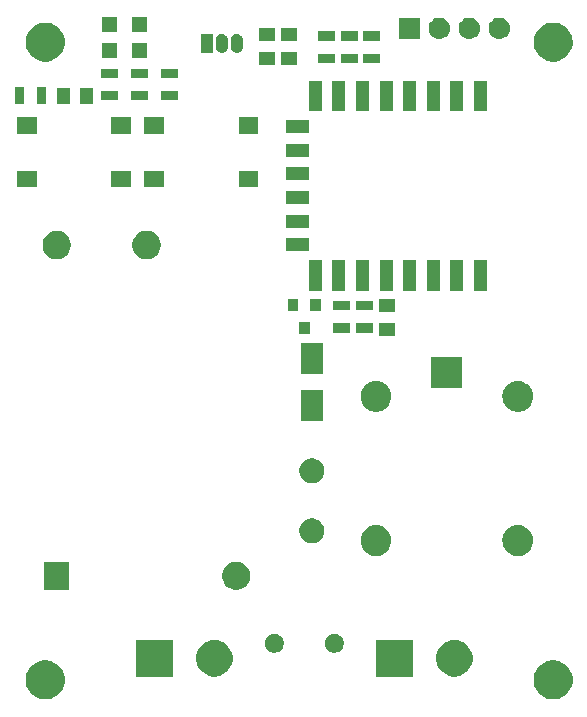
<source format=gbr>
G04 #@! TF.GenerationSoftware,KiCad,Pcbnew,(5.1.0)-1*
G04 #@! TF.CreationDate,2019-04-04T10:35:35+02:00*
G04 #@! TF.ProjectId,WiFi switch,57694669-2073-4776-9974-63682e6b6963,rev?*
G04 #@! TF.SameCoordinates,Original*
G04 #@! TF.FileFunction,Soldermask,Top*
G04 #@! TF.FilePolarity,Negative*
%FSLAX46Y46*%
G04 Gerber Fmt 4.6, Leading zero omitted, Abs format (unit mm)*
G04 Created by KiCad (PCBNEW (5.1.0)-1) date 2019-04-04 10:35:35*
%MOMM*%
%LPD*%
G04 APERTURE LIST*
%ADD10C,0.100000*%
G04 APERTURE END LIST*
D10*
G36*
X223375256Y-130391298D02*
G01*
X223481579Y-130412447D01*
X223782042Y-130536903D01*
X224052451Y-130717585D01*
X224282415Y-130947549D01*
X224463097Y-131217958D01*
X224587553Y-131518421D01*
X224651000Y-131837391D01*
X224651000Y-132162609D01*
X224587553Y-132481579D01*
X224463097Y-132782042D01*
X224282415Y-133052451D01*
X224052451Y-133282415D01*
X223782042Y-133463097D01*
X223481579Y-133587553D01*
X223375256Y-133608702D01*
X223162611Y-133651000D01*
X222837389Y-133651000D01*
X222624744Y-133608702D01*
X222518421Y-133587553D01*
X222217958Y-133463097D01*
X221947549Y-133282415D01*
X221717585Y-133052451D01*
X221536903Y-132782042D01*
X221412447Y-132481579D01*
X221349000Y-132162609D01*
X221349000Y-131837391D01*
X221412447Y-131518421D01*
X221536903Y-131217958D01*
X221717585Y-130947549D01*
X221947549Y-130717585D01*
X222217958Y-130536903D01*
X222518421Y-130412447D01*
X222624744Y-130391298D01*
X222837389Y-130349000D01*
X223162611Y-130349000D01*
X223375256Y-130391298D01*
X223375256Y-130391298D01*
G37*
G36*
X180375256Y-130391298D02*
G01*
X180481579Y-130412447D01*
X180782042Y-130536903D01*
X181052451Y-130717585D01*
X181282415Y-130947549D01*
X181463097Y-131217958D01*
X181587553Y-131518421D01*
X181651000Y-131837391D01*
X181651000Y-132162609D01*
X181587553Y-132481579D01*
X181463097Y-132782042D01*
X181282415Y-133052451D01*
X181052451Y-133282415D01*
X180782042Y-133463097D01*
X180481579Y-133587553D01*
X180375256Y-133608702D01*
X180162611Y-133651000D01*
X179837389Y-133651000D01*
X179624744Y-133608702D01*
X179518421Y-133587553D01*
X179217958Y-133463097D01*
X178947549Y-133282415D01*
X178717585Y-133052451D01*
X178536903Y-132782042D01*
X178412447Y-132481579D01*
X178349000Y-132162609D01*
X178349000Y-131837391D01*
X178412447Y-131518421D01*
X178536903Y-131217958D01*
X178717585Y-130947549D01*
X178947549Y-130717585D01*
X179217958Y-130536903D01*
X179518421Y-130412447D01*
X179624744Y-130391298D01*
X179837389Y-130349000D01*
X180162611Y-130349000D01*
X180375256Y-130391298D01*
X180375256Y-130391298D01*
G37*
G36*
X214932585Y-128653802D02*
G01*
X215082410Y-128683604D01*
X215364674Y-128800521D01*
X215618705Y-128970259D01*
X215834741Y-129186295D01*
X216004479Y-129440326D01*
X216121396Y-129722590D01*
X216181000Y-130022240D01*
X216181000Y-130327760D01*
X216121396Y-130627410D01*
X216004479Y-130909674D01*
X215834741Y-131163705D01*
X215618705Y-131379741D01*
X215364674Y-131549479D01*
X215082410Y-131666396D01*
X214932585Y-131696198D01*
X214782761Y-131726000D01*
X214477239Y-131726000D01*
X214327415Y-131696198D01*
X214177590Y-131666396D01*
X213895326Y-131549479D01*
X213641295Y-131379741D01*
X213425259Y-131163705D01*
X213255521Y-130909674D01*
X213138604Y-130627410D01*
X213079000Y-130327760D01*
X213079000Y-130022240D01*
X213138604Y-129722590D01*
X213255521Y-129440326D01*
X213425259Y-129186295D01*
X213641295Y-128970259D01*
X213895326Y-128800521D01*
X214177590Y-128683604D01*
X214327415Y-128653802D01*
X214477239Y-128624000D01*
X214782761Y-128624000D01*
X214932585Y-128653802D01*
X214932585Y-128653802D01*
G37*
G36*
X190781000Y-131726000D02*
G01*
X187679000Y-131726000D01*
X187679000Y-128624000D01*
X190781000Y-128624000D01*
X190781000Y-131726000D01*
X190781000Y-131726000D01*
G37*
G36*
X194612585Y-128653802D02*
G01*
X194762410Y-128683604D01*
X195044674Y-128800521D01*
X195298705Y-128970259D01*
X195514741Y-129186295D01*
X195684479Y-129440326D01*
X195801396Y-129722590D01*
X195861000Y-130022240D01*
X195861000Y-130327760D01*
X195801396Y-130627410D01*
X195684479Y-130909674D01*
X195514741Y-131163705D01*
X195298705Y-131379741D01*
X195044674Y-131549479D01*
X194762410Y-131666396D01*
X194612585Y-131696198D01*
X194462761Y-131726000D01*
X194157239Y-131726000D01*
X194007415Y-131696198D01*
X193857590Y-131666396D01*
X193575326Y-131549479D01*
X193321295Y-131379741D01*
X193105259Y-131163705D01*
X192935521Y-130909674D01*
X192818604Y-130627410D01*
X192759000Y-130327760D01*
X192759000Y-130022240D01*
X192818604Y-129722590D01*
X192935521Y-129440326D01*
X193105259Y-129186295D01*
X193321295Y-128970259D01*
X193575326Y-128800521D01*
X193857590Y-128683604D01*
X194007415Y-128653802D01*
X194157239Y-128624000D01*
X194462761Y-128624000D01*
X194612585Y-128653802D01*
X194612585Y-128653802D01*
G37*
G36*
X211101000Y-131726000D02*
G01*
X207999000Y-131726000D01*
X207999000Y-128624000D01*
X211101000Y-128624000D01*
X211101000Y-131726000D01*
X211101000Y-131726000D01*
G37*
G36*
X199627142Y-128123242D02*
G01*
X199775101Y-128184529D01*
X199908255Y-128273499D01*
X200021501Y-128386745D01*
X200110471Y-128519899D01*
X200171758Y-128667858D01*
X200203000Y-128824925D01*
X200203000Y-128985075D01*
X200171758Y-129142142D01*
X200110471Y-129290101D01*
X200021501Y-129423255D01*
X199908255Y-129536501D01*
X199775101Y-129625471D01*
X199627142Y-129686758D01*
X199470075Y-129718000D01*
X199309925Y-129718000D01*
X199152858Y-129686758D01*
X199004899Y-129625471D01*
X198871745Y-129536501D01*
X198758499Y-129423255D01*
X198669529Y-129290101D01*
X198608242Y-129142142D01*
X198577000Y-128985075D01*
X198577000Y-128824925D01*
X198608242Y-128667858D01*
X198669529Y-128519899D01*
X198758499Y-128386745D01*
X198871745Y-128273499D01*
X199004899Y-128184529D01*
X199152858Y-128123242D01*
X199309925Y-128092000D01*
X199470075Y-128092000D01*
X199627142Y-128123242D01*
X199627142Y-128123242D01*
G37*
G36*
X204707142Y-128123242D02*
G01*
X204855101Y-128184529D01*
X204988255Y-128273499D01*
X205101501Y-128386745D01*
X205190471Y-128519899D01*
X205251758Y-128667858D01*
X205283000Y-128824925D01*
X205283000Y-128985075D01*
X205251758Y-129142142D01*
X205190471Y-129290101D01*
X205101501Y-129423255D01*
X204988255Y-129536501D01*
X204855101Y-129625471D01*
X204707142Y-129686758D01*
X204550075Y-129718000D01*
X204389925Y-129718000D01*
X204232858Y-129686758D01*
X204084899Y-129625471D01*
X203951745Y-129536501D01*
X203838499Y-129423255D01*
X203749529Y-129290101D01*
X203688242Y-129142142D01*
X203657000Y-128985075D01*
X203657000Y-128824925D01*
X203688242Y-128667858D01*
X203749529Y-128519899D01*
X203838499Y-128386745D01*
X203951745Y-128273499D01*
X204084899Y-128184529D01*
X204232858Y-128123242D01*
X204389925Y-128092000D01*
X204550075Y-128092000D01*
X204707142Y-128123242D01*
X204707142Y-128123242D01*
G37*
G36*
X182026000Y-124391000D02*
G01*
X179924000Y-124391000D01*
X179924000Y-121989000D01*
X182026000Y-121989000D01*
X182026000Y-124391000D01*
X182026000Y-124391000D01*
G37*
G36*
X196525318Y-122035153D02*
G01*
X196743885Y-122125687D01*
X196743887Y-122125688D01*
X196940593Y-122257122D01*
X197107878Y-122424407D01*
X197239312Y-122621113D01*
X197239313Y-122621115D01*
X197329847Y-122839682D01*
X197376000Y-123071710D01*
X197376000Y-123308290D01*
X197329847Y-123540318D01*
X197239313Y-123758885D01*
X197239312Y-123758887D01*
X197107878Y-123955593D01*
X196940593Y-124122878D01*
X196743887Y-124254312D01*
X196743886Y-124254313D01*
X196743885Y-124254313D01*
X196525318Y-124344847D01*
X196293290Y-124391000D01*
X196056710Y-124391000D01*
X195824682Y-124344847D01*
X195606115Y-124254313D01*
X195606114Y-124254313D01*
X195606113Y-124254312D01*
X195409407Y-124122878D01*
X195242122Y-123955593D01*
X195110688Y-123758887D01*
X195110687Y-123758885D01*
X195020153Y-123540318D01*
X194974000Y-123308290D01*
X194974000Y-123071710D01*
X195020153Y-122839682D01*
X195110687Y-122621115D01*
X195110688Y-122621113D01*
X195242122Y-122424407D01*
X195409407Y-122257122D01*
X195606113Y-122125688D01*
X195606115Y-122125687D01*
X195824682Y-122035153D01*
X196056710Y-121989000D01*
X196293290Y-121989000D01*
X196525318Y-122035153D01*
X196525318Y-122035153D01*
G37*
G36*
X208159472Y-118908412D02*
G01*
X208255040Y-118917825D01*
X208500280Y-118992218D01*
X208726294Y-119113025D01*
X208777899Y-119155376D01*
X208924397Y-119275603D01*
X209044624Y-119422101D01*
X209086975Y-119473706D01*
X209207782Y-119699720D01*
X209282175Y-119944960D01*
X209307294Y-120200000D01*
X209282175Y-120455040D01*
X209207782Y-120700280D01*
X209086975Y-120926294D01*
X209044624Y-120977899D01*
X208924397Y-121124397D01*
X208777899Y-121244624D01*
X208726294Y-121286975D01*
X208500280Y-121407782D01*
X208255040Y-121482175D01*
X208159472Y-121491588D01*
X208063906Y-121501000D01*
X207936094Y-121501000D01*
X207840528Y-121491588D01*
X207744960Y-121482175D01*
X207499720Y-121407782D01*
X207273706Y-121286975D01*
X207222101Y-121244624D01*
X207075603Y-121124397D01*
X206955376Y-120977899D01*
X206913025Y-120926294D01*
X206792218Y-120700280D01*
X206717825Y-120455040D01*
X206692706Y-120200000D01*
X206717825Y-119944960D01*
X206792218Y-119699720D01*
X206913025Y-119473706D01*
X206955376Y-119422101D01*
X207075603Y-119275603D01*
X207222101Y-119155376D01*
X207273706Y-119113025D01*
X207499720Y-118992218D01*
X207744960Y-118917825D01*
X207840528Y-118908412D01*
X207936094Y-118899000D01*
X208063906Y-118899000D01*
X208159472Y-118908412D01*
X208159472Y-118908412D01*
G37*
G36*
X220159472Y-118908412D02*
G01*
X220255040Y-118917825D01*
X220500280Y-118992218D01*
X220726294Y-119113025D01*
X220777899Y-119155376D01*
X220924397Y-119275603D01*
X221044624Y-119422101D01*
X221086975Y-119473706D01*
X221207782Y-119699720D01*
X221282175Y-119944960D01*
X221307294Y-120200000D01*
X221282175Y-120455040D01*
X221207782Y-120700280D01*
X221086975Y-120926294D01*
X221044624Y-120977899D01*
X220924397Y-121124397D01*
X220777899Y-121244624D01*
X220726294Y-121286975D01*
X220500280Y-121407782D01*
X220255040Y-121482175D01*
X220159472Y-121491588D01*
X220063906Y-121501000D01*
X219936094Y-121501000D01*
X219840528Y-121491588D01*
X219744960Y-121482175D01*
X219499720Y-121407782D01*
X219273706Y-121286975D01*
X219222101Y-121244624D01*
X219075603Y-121124397D01*
X218955376Y-120977899D01*
X218913025Y-120926294D01*
X218792218Y-120700280D01*
X218717825Y-120455040D01*
X218692706Y-120200000D01*
X218717825Y-119944960D01*
X218792218Y-119699720D01*
X218913025Y-119473706D01*
X218955376Y-119422101D01*
X219075603Y-119275603D01*
X219222101Y-119155376D01*
X219273706Y-119113025D01*
X219499720Y-118992218D01*
X219744960Y-118917825D01*
X219840528Y-118908412D01*
X219936094Y-118899000D01*
X220063906Y-118899000D01*
X220159472Y-118908412D01*
X220159472Y-118908412D01*
G37*
G36*
X202871564Y-118369389D02*
G01*
X203062833Y-118448615D01*
X203062835Y-118448616D01*
X203234973Y-118563635D01*
X203381365Y-118710027D01*
X203496385Y-118882167D01*
X203575611Y-119073436D01*
X203616000Y-119276484D01*
X203616000Y-119483516D01*
X203575611Y-119686564D01*
X203496385Y-119877833D01*
X203496384Y-119877835D01*
X203381365Y-120049973D01*
X203234973Y-120196365D01*
X203062835Y-120311384D01*
X203062834Y-120311385D01*
X203062833Y-120311385D01*
X202871564Y-120390611D01*
X202668516Y-120431000D01*
X202461484Y-120431000D01*
X202258436Y-120390611D01*
X202067167Y-120311385D01*
X202067166Y-120311385D01*
X202067165Y-120311384D01*
X201895027Y-120196365D01*
X201748635Y-120049973D01*
X201633616Y-119877835D01*
X201633615Y-119877833D01*
X201554389Y-119686564D01*
X201514000Y-119483516D01*
X201514000Y-119276484D01*
X201554389Y-119073436D01*
X201633615Y-118882167D01*
X201748635Y-118710027D01*
X201895027Y-118563635D01*
X202067165Y-118448616D01*
X202067167Y-118448615D01*
X202258436Y-118369389D01*
X202461484Y-118329000D01*
X202668516Y-118329000D01*
X202871564Y-118369389D01*
X202871564Y-118369389D01*
G37*
G36*
X202881564Y-113289389D02*
G01*
X203072833Y-113368615D01*
X203072835Y-113368616D01*
X203244973Y-113483635D01*
X203391365Y-113630027D01*
X203506385Y-113802167D01*
X203585611Y-113993436D01*
X203626000Y-114196484D01*
X203626000Y-114403516D01*
X203585611Y-114606564D01*
X203506385Y-114797833D01*
X203506384Y-114797835D01*
X203391365Y-114969973D01*
X203244973Y-115116365D01*
X203072835Y-115231384D01*
X203072834Y-115231385D01*
X203072833Y-115231385D01*
X202881564Y-115310611D01*
X202678516Y-115351000D01*
X202471484Y-115351000D01*
X202268436Y-115310611D01*
X202077167Y-115231385D01*
X202077166Y-115231385D01*
X202077165Y-115231384D01*
X201905027Y-115116365D01*
X201758635Y-114969973D01*
X201643616Y-114797835D01*
X201643615Y-114797833D01*
X201564389Y-114606564D01*
X201524000Y-114403516D01*
X201524000Y-114196484D01*
X201564389Y-113993436D01*
X201643615Y-113802167D01*
X201758635Y-113630027D01*
X201905027Y-113483635D01*
X202077165Y-113368616D01*
X202077167Y-113368615D01*
X202268436Y-113289389D01*
X202471484Y-113249000D01*
X202678516Y-113249000D01*
X202881564Y-113289389D01*
X202881564Y-113289389D01*
G37*
G36*
X203516000Y-110076000D02*
G01*
X201614000Y-110076000D01*
X201614000Y-107474000D01*
X203516000Y-107474000D01*
X203516000Y-110076000D01*
X203516000Y-110076000D01*
G37*
G36*
X220159473Y-106708413D02*
G01*
X220255040Y-106717825D01*
X220500280Y-106792218D01*
X220726294Y-106913025D01*
X220777899Y-106955376D01*
X220924397Y-107075603D01*
X221044624Y-107222101D01*
X221086975Y-107273706D01*
X221207782Y-107499720D01*
X221282175Y-107744960D01*
X221307294Y-108000000D01*
X221282175Y-108255040D01*
X221207782Y-108500280D01*
X221086975Y-108726294D01*
X221044624Y-108777899D01*
X220924397Y-108924397D01*
X220777899Y-109044624D01*
X220726294Y-109086975D01*
X220500280Y-109207782D01*
X220255040Y-109282175D01*
X220159472Y-109291588D01*
X220063906Y-109301000D01*
X219936094Y-109301000D01*
X219840528Y-109291588D01*
X219744960Y-109282175D01*
X219499720Y-109207782D01*
X219273706Y-109086975D01*
X219222101Y-109044624D01*
X219075603Y-108924397D01*
X218955376Y-108777899D01*
X218913025Y-108726294D01*
X218792218Y-108500280D01*
X218717825Y-108255040D01*
X218692706Y-108000000D01*
X218717825Y-107744960D01*
X218792218Y-107499720D01*
X218913025Y-107273706D01*
X218955376Y-107222101D01*
X219075603Y-107075603D01*
X219222101Y-106955376D01*
X219273706Y-106913025D01*
X219499720Y-106792218D01*
X219744960Y-106717825D01*
X219840527Y-106708413D01*
X219936094Y-106699000D01*
X220063906Y-106699000D01*
X220159473Y-106708413D01*
X220159473Y-106708413D01*
G37*
G36*
X208159473Y-106708413D02*
G01*
X208255040Y-106717825D01*
X208500280Y-106792218D01*
X208726294Y-106913025D01*
X208777899Y-106955376D01*
X208924397Y-107075603D01*
X209044624Y-107222101D01*
X209086975Y-107273706D01*
X209207782Y-107499720D01*
X209282175Y-107744960D01*
X209307294Y-108000000D01*
X209282175Y-108255040D01*
X209207782Y-108500280D01*
X209086975Y-108726294D01*
X209044624Y-108777899D01*
X208924397Y-108924397D01*
X208777899Y-109044624D01*
X208726294Y-109086975D01*
X208500280Y-109207782D01*
X208255040Y-109282175D01*
X208159472Y-109291588D01*
X208063906Y-109301000D01*
X207936094Y-109301000D01*
X207840528Y-109291588D01*
X207744960Y-109282175D01*
X207499720Y-109207782D01*
X207273706Y-109086975D01*
X207222101Y-109044624D01*
X207075603Y-108924397D01*
X206955376Y-108777899D01*
X206913025Y-108726294D01*
X206792218Y-108500280D01*
X206717825Y-108255040D01*
X206692706Y-108000000D01*
X206717825Y-107744960D01*
X206792218Y-107499720D01*
X206913025Y-107273706D01*
X206955376Y-107222101D01*
X207075603Y-107075603D01*
X207222101Y-106955376D01*
X207273706Y-106913025D01*
X207499720Y-106792218D01*
X207744960Y-106717825D01*
X207840527Y-106708413D01*
X207936094Y-106699000D01*
X208063906Y-106699000D01*
X208159473Y-106708413D01*
X208159473Y-106708413D01*
G37*
G36*
X215301000Y-107301000D02*
G01*
X212699000Y-107301000D01*
X212699000Y-104699000D01*
X215301000Y-104699000D01*
X215301000Y-107301000D01*
X215301000Y-107301000D01*
G37*
G36*
X203516000Y-106076000D02*
G01*
X201614000Y-106076000D01*
X201614000Y-103474000D01*
X203516000Y-103474000D01*
X203516000Y-106076000D01*
X203516000Y-106076000D01*
G37*
G36*
X209591000Y-102881000D02*
G01*
X208239000Y-102881000D01*
X208239000Y-101779000D01*
X209591000Y-101779000D01*
X209591000Y-102881000D01*
X209591000Y-102881000D01*
G37*
G36*
X202381000Y-102736000D02*
G01*
X201479000Y-102736000D01*
X201479000Y-101734000D01*
X202381000Y-101734000D01*
X202381000Y-102736000D01*
X202381000Y-102736000D01*
G37*
G36*
X205806000Y-102631000D02*
G01*
X204404000Y-102631000D01*
X204404000Y-101829000D01*
X205806000Y-101829000D01*
X205806000Y-102631000D01*
X205806000Y-102631000D01*
G37*
G36*
X207711000Y-102631000D02*
G01*
X206309000Y-102631000D01*
X206309000Y-101829000D01*
X207711000Y-101829000D01*
X207711000Y-102631000D01*
X207711000Y-102631000D01*
G37*
G36*
X209591000Y-100881000D02*
G01*
X208239000Y-100881000D01*
X208239000Y-99779000D01*
X209591000Y-99779000D01*
X209591000Y-100881000D01*
X209591000Y-100881000D01*
G37*
G36*
X203331000Y-100736000D02*
G01*
X202429000Y-100736000D01*
X202429000Y-99734000D01*
X203331000Y-99734000D01*
X203331000Y-100736000D01*
X203331000Y-100736000D01*
G37*
G36*
X201431000Y-100736000D02*
G01*
X200529000Y-100736000D01*
X200529000Y-99734000D01*
X201431000Y-99734000D01*
X201431000Y-100736000D01*
X201431000Y-100736000D01*
G37*
G36*
X205806000Y-100731000D02*
G01*
X204404000Y-100731000D01*
X204404000Y-99929000D01*
X205806000Y-99929000D01*
X205806000Y-100731000D01*
X205806000Y-100731000D01*
G37*
G36*
X207711000Y-100731000D02*
G01*
X206309000Y-100731000D01*
X206309000Y-99929000D01*
X207711000Y-99929000D01*
X207711000Y-100731000D01*
X207711000Y-100731000D01*
G37*
G36*
X205411000Y-99071000D02*
G01*
X204309000Y-99071000D01*
X204309000Y-96469000D01*
X205411000Y-96469000D01*
X205411000Y-99071000D01*
X205411000Y-99071000D01*
G37*
G36*
X203411000Y-99071000D02*
G01*
X202309000Y-99071000D01*
X202309000Y-96469000D01*
X203411000Y-96469000D01*
X203411000Y-99071000D01*
X203411000Y-99071000D01*
G37*
G36*
X211411000Y-99071000D02*
G01*
X210309000Y-99071000D01*
X210309000Y-96469000D01*
X211411000Y-96469000D01*
X211411000Y-99071000D01*
X211411000Y-99071000D01*
G37*
G36*
X207411000Y-99071000D02*
G01*
X206309000Y-99071000D01*
X206309000Y-96469000D01*
X207411000Y-96469000D01*
X207411000Y-99071000D01*
X207411000Y-99071000D01*
G37*
G36*
X213411000Y-99071000D02*
G01*
X212309000Y-99071000D01*
X212309000Y-96469000D01*
X213411000Y-96469000D01*
X213411000Y-99071000D01*
X213411000Y-99071000D01*
G37*
G36*
X215411000Y-99071000D02*
G01*
X214309000Y-99071000D01*
X214309000Y-96469000D01*
X215411000Y-96469000D01*
X215411000Y-99071000D01*
X215411000Y-99071000D01*
G37*
G36*
X209411000Y-99071000D02*
G01*
X208309000Y-99071000D01*
X208309000Y-96469000D01*
X209411000Y-96469000D01*
X209411000Y-99071000D01*
X209411000Y-99071000D01*
G37*
G36*
X217411000Y-99071000D02*
G01*
X216309000Y-99071000D01*
X216309000Y-96469000D01*
X217411000Y-96469000D01*
X217411000Y-99071000D01*
X217411000Y-99071000D01*
G37*
G36*
X181325318Y-94035153D02*
G01*
X181543885Y-94125687D01*
X181543887Y-94125688D01*
X181740593Y-94257122D01*
X181907878Y-94424407D01*
X182037900Y-94619000D01*
X182039313Y-94621115D01*
X182129847Y-94839682D01*
X182176000Y-95071710D01*
X182176000Y-95308290D01*
X182129847Y-95540318D01*
X182039313Y-95758885D01*
X182039312Y-95758887D01*
X181907878Y-95955593D01*
X181740593Y-96122878D01*
X181543887Y-96254312D01*
X181543886Y-96254313D01*
X181543885Y-96254313D01*
X181325318Y-96344847D01*
X181093290Y-96391000D01*
X180856710Y-96391000D01*
X180624682Y-96344847D01*
X180406115Y-96254313D01*
X180406114Y-96254313D01*
X180406113Y-96254312D01*
X180209407Y-96122878D01*
X180042122Y-95955593D01*
X179910688Y-95758887D01*
X179910687Y-95758885D01*
X179820153Y-95540318D01*
X179774000Y-95308290D01*
X179774000Y-95071710D01*
X179820153Y-94839682D01*
X179910687Y-94621115D01*
X179912100Y-94619000D01*
X180042122Y-94424407D01*
X180209407Y-94257122D01*
X180406113Y-94125688D01*
X180406115Y-94125687D01*
X180624682Y-94035153D01*
X180856710Y-93989000D01*
X181093290Y-93989000D01*
X181325318Y-94035153D01*
X181325318Y-94035153D01*
G37*
G36*
X188925318Y-94035153D02*
G01*
X189143885Y-94125687D01*
X189143887Y-94125688D01*
X189340593Y-94257122D01*
X189507878Y-94424407D01*
X189637900Y-94619000D01*
X189639313Y-94621115D01*
X189729847Y-94839682D01*
X189776000Y-95071710D01*
X189776000Y-95308290D01*
X189729847Y-95540318D01*
X189639313Y-95758885D01*
X189639312Y-95758887D01*
X189507878Y-95955593D01*
X189340593Y-96122878D01*
X189143887Y-96254312D01*
X189143886Y-96254313D01*
X189143885Y-96254313D01*
X188925318Y-96344847D01*
X188693290Y-96391000D01*
X188456710Y-96391000D01*
X188224682Y-96344847D01*
X188006115Y-96254313D01*
X188006114Y-96254313D01*
X188006113Y-96254312D01*
X187809407Y-96122878D01*
X187642122Y-95955593D01*
X187510688Y-95758887D01*
X187510687Y-95758885D01*
X187420153Y-95540318D01*
X187374000Y-95308290D01*
X187374000Y-95071710D01*
X187420153Y-94839682D01*
X187510687Y-94621115D01*
X187512100Y-94619000D01*
X187642122Y-94424407D01*
X187809407Y-94257122D01*
X188006113Y-94125688D01*
X188006115Y-94125687D01*
X188224682Y-94035153D01*
X188456710Y-93989000D01*
X188693290Y-93989000D01*
X188925318Y-94035153D01*
X188925318Y-94035153D01*
G37*
G36*
X202311000Y-95721000D02*
G01*
X200409000Y-95721000D01*
X200409000Y-94619000D01*
X202311000Y-94619000D01*
X202311000Y-95721000D01*
X202311000Y-95721000D01*
G37*
G36*
X202311000Y-93721000D02*
G01*
X200409000Y-93721000D01*
X200409000Y-92619000D01*
X202311000Y-92619000D01*
X202311000Y-93721000D01*
X202311000Y-93721000D01*
G37*
G36*
X202311000Y-91721000D02*
G01*
X200409000Y-91721000D01*
X200409000Y-90619000D01*
X202311000Y-90619000D01*
X202311000Y-91721000D01*
X202311000Y-91721000D01*
G37*
G36*
X187221000Y-90291000D02*
G01*
X185569000Y-90291000D01*
X185569000Y-88889000D01*
X187221000Y-88889000D01*
X187221000Y-90291000D01*
X187221000Y-90291000D01*
G37*
G36*
X179261000Y-90291000D02*
G01*
X177609000Y-90291000D01*
X177609000Y-88889000D01*
X179261000Y-88889000D01*
X179261000Y-90291000D01*
X179261000Y-90291000D01*
G37*
G36*
X198016000Y-90291000D02*
G01*
X196364000Y-90291000D01*
X196364000Y-88889000D01*
X198016000Y-88889000D01*
X198016000Y-90291000D01*
X198016000Y-90291000D01*
G37*
G36*
X190056000Y-90291000D02*
G01*
X188404000Y-90291000D01*
X188404000Y-88889000D01*
X190056000Y-88889000D01*
X190056000Y-90291000D01*
X190056000Y-90291000D01*
G37*
G36*
X202311000Y-89721000D02*
G01*
X200409000Y-89721000D01*
X200409000Y-88619000D01*
X202311000Y-88619000D01*
X202311000Y-89721000D01*
X202311000Y-89721000D01*
G37*
G36*
X202311000Y-87721000D02*
G01*
X200409000Y-87721000D01*
X200409000Y-86619000D01*
X202311000Y-86619000D01*
X202311000Y-87721000D01*
X202311000Y-87721000D01*
G37*
G36*
X190056000Y-85791000D02*
G01*
X188404000Y-85791000D01*
X188404000Y-84389000D01*
X190056000Y-84389000D01*
X190056000Y-85791000D01*
X190056000Y-85791000D01*
G37*
G36*
X187221000Y-85791000D02*
G01*
X185569000Y-85791000D01*
X185569000Y-84389000D01*
X187221000Y-84389000D01*
X187221000Y-85791000D01*
X187221000Y-85791000D01*
G37*
G36*
X179261000Y-85791000D02*
G01*
X177609000Y-85791000D01*
X177609000Y-84389000D01*
X179261000Y-84389000D01*
X179261000Y-85791000D01*
X179261000Y-85791000D01*
G37*
G36*
X198016000Y-85791000D02*
G01*
X196364000Y-85791000D01*
X196364000Y-84389000D01*
X198016000Y-84389000D01*
X198016000Y-85791000D01*
X198016000Y-85791000D01*
G37*
G36*
X202311000Y-85721000D02*
G01*
X200409000Y-85721000D01*
X200409000Y-84619000D01*
X202311000Y-84619000D01*
X202311000Y-85721000D01*
X202311000Y-85721000D01*
G37*
G36*
X217411000Y-83871000D02*
G01*
X216309000Y-83871000D01*
X216309000Y-81269000D01*
X217411000Y-81269000D01*
X217411000Y-83871000D01*
X217411000Y-83871000D01*
G37*
G36*
X215411000Y-83871000D02*
G01*
X214309000Y-83871000D01*
X214309000Y-81269000D01*
X215411000Y-81269000D01*
X215411000Y-83871000D01*
X215411000Y-83871000D01*
G37*
G36*
X213411000Y-83871000D02*
G01*
X212309000Y-83871000D01*
X212309000Y-81269000D01*
X213411000Y-81269000D01*
X213411000Y-83871000D01*
X213411000Y-83871000D01*
G37*
G36*
X211411000Y-83871000D02*
G01*
X210309000Y-83871000D01*
X210309000Y-81269000D01*
X211411000Y-81269000D01*
X211411000Y-83871000D01*
X211411000Y-83871000D01*
G37*
G36*
X209411000Y-83871000D02*
G01*
X208309000Y-83871000D01*
X208309000Y-81269000D01*
X209411000Y-81269000D01*
X209411000Y-83871000D01*
X209411000Y-83871000D01*
G37*
G36*
X207411000Y-83871000D02*
G01*
X206309000Y-83871000D01*
X206309000Y-81269000D01*
X207411000Y-81269000D01*
X207411000Y-83871000D01*
X207411000Y-83871000D01*
G37*
G36*
X205411000Y-83871000D02*
G01*
X204309000Y-83871000D01*
X204309000Y-81269000D01*
X205411000Y-81269000D01*
X205411000Y-83871000D01*
X205411000Y-83871000D01*
G37*
G36*
X203411000Y-83871000D02*
G01*
X202309000Y-83871000D01*
X202309000Y-81269000D01*
X203411000Y-81269000D01*
X203411000Y-83871000D01*
X203411000Y-83871000D01*
G37*
G36*
X178206000Y-83251000D02*
G01*
X177404000Y-83251000D01*
X177404000Y-81849000D01*
X178206000Y-81849000D01*
X178206000Y-83251000D01*
X178206000Y-83251000D01*
G37*
G36*
X180106000Y-83251000D02*
G01*
X179304000Y-83251000D01*
X179304000Y-81849000D01*
X180106000Y-81849000D01*
X180106000Y-83251000D01*
X180106000Y-83251000D01*
G37*
G36*
X182066000Y-83226000D02*
G01*
X180964000Y-83226000D01*
X180964000Y-81874000D01*
X182066000Y-81874000D01*
X182066000Y-83226000D01*
X182066000Y-83226000D01*
G37*
G36*
X184066000Y-83226000D02*
G01*
X182964000Y-83226000D01*
X182964000Y-81874000D01*
X184066000Y-81874000D01*
X184066000Y-83226000D01*
X184066000Y-83226000D01*
G37*
G36*
X186121000Y-82946000D02*
G01*
X184719000Y-82946000D01*
X184719000Y-82144000D01*
X186121000Y-82144000D01*
X186121000Y-82946000D01*
X186121000Y-82946000D01*
G37*
G36*
X188661000Y-82946000D02*
G01*
X187259000Y-82946000D01*
X187259000Y-82144000D01*
X188661000Y-82144000D01*
X188661000Y-82946000D01*
X188661000Y-82946000D01*
G37*
G36*
X191201000Y-82946000D02*
G01*
X189799000Y-82946000D01*
X189799000Y-82144000D01*
X191201000Y-82144000D01*
X191201000Y-82946000D01*
X191201000Y-82946000D01*
G37*
G36*
X191201000Y-81046000D02*
G01*
X189799000Y-81046000D01*
X189799000Y-80244000D01*
X191201000Y-80244000D01*
X191201000Y-81046000D01*
X191201000Y-81046000D01*
G37*
G36*
X188661000Y-81046000D02*
G01*
X187259000Y-81046000D01*
X187259000Y-80244000D01*
X188661000Y-80244000D01*
X188661000Y-81046000D01*
X188661000Y-81046000D01*
G37*
G36*
X186121000Y-81046000D02*
G01*
X184719000Y-81046000D01*
X184719000Y-80244000D01*
X186121000Y-80244000D01*
X186121000Y-81046000D01*
X186121000Y-81046000D01*
G37*
G36*
X199431000Y-79926000D02*
G01*
X198079000Y-79926000D01*
X198079000Y-78824000D01*
X199431000Y-78824000D01*
X199431000Y-79926000D01*
X199431000Y-79926000D01*
G37*
G36*
X201336000Y-79926000D02*
G01*
X199984000Y-79926000D01*
X199984000Y-78824000D01*
X201336000Y-78824000D01*
X201336000Y-79926000D01*
X201336000Y-79926000D01*
G37*
G36*
X206441000Y-79776000D02*
G01*
X205039000Y-79776000D01*
X205039000Y-78974000D01*
X206441000Y-78974000D01*
X206441000Y-79776000D01*
X206441000Y-79776000D01*
G37*
G36*
X208346000Y-79776000D02*
G01*
X206944000Y-79776000D01*
X206944000Y-78974000D01*
X208346000Y-78974000D01*
X208346000Y-79776000D01*
X208346000Y-79776000D01*
G37*
G36*
X204536000Y-79776000D02*
G01*
X203134000Y-79776000D01*
X203134000Y-78974000D01*
X204536000Y-78974000D01*
X204536000Y-79776000D01*
X204536000Y-79776000D01*
G37*
G36*
X180375256Y-76391298D02*
G01*
X180481579Y-76412447D01*
X180782042Y-76536903D01*
X181052451Y-76717585D01*
X181282415Y-76947549D01*
X181463097Y-77217958D01*
X181558809Y-77449026D01*
X181587553Y-77518422D01*
X181639664Y-77780398D01*
X181651000Y-77837391D01*
X181651000Y-78162609D01*
X181587553Y-78481579D01*
X181463097Y-78782042D01*
X181282415Y-79052451D01*
X181052451Y-79282415D01*
X180782042Y-79463097D01*
X180481579Y-79587553D01*
X180375256Y-79608702D01*
X180162611Y-79651000D01*
X179837389Y-79651000D01*
X179624744Y-79608702D01*
X179518421Y-79587553D01*
X179217958Y-79463097D01*
X178947549Y-79282415D01*
X178717585Y-79052451D01*
X178536903Y-78782042D01*
X178412447Y-78481579D01*
X178349000Y-78162609D01*
X178349000Y-77837391D01*
X178360337Y-77780398D01*
X178412447Y-77518422D01*
X178441192Y-77449026D01*
X178536903Y-77217958D01*
X178717585Y-76947549D01*
X178947549Y-76717585D01*
X179217958Y-76536903D01*
X179518421Y-76412447D01*
X179624744Y-76391298D01*
X179837389Y-76349000D01*
X180162611Y-76349000D01*
X180375256Y-76391298D01*
X180375256Y-76391298D01*
G37*
G36*
X223375256Y-76391298D02*
G01*
X223481579Y-76412447D01*
X223782042Y-76536903D01*
X224052451Y-76717585D01*
X224282415Y-76947549D01*
X224463097Y-77217958D01*
X224558809Y-77449026D01*
X224587553Y-77518422D01*
X224639664Y-77780398D01*
X224651000Y-77837391D01*
X224651000Y-78162609D01*
X224587553Y-78481579D01*
X224463097Y-78782042D01*
X224282415Y-79052451D01*
X224052451Y-79282415D01*
X223782042Y-79463097D01*
X223481579Y-79587553D01*
X223375256Y-79608702D01*
X223162611Y-79651000D01*
X222837389Y-79651000D01*
X222624744Y-79608702D01*
X222518421Y-79587553D01*
X222217958Y-79463097D01*
X221947549Y-79282415D01*
X221717585Y-79052451D01*
X221536903Y-78782042D01*
X221412447Y-78481579D01*
X221349000Y-78162609D01*
X221349000Y-77837391D01*
X221360337Y-77780398D01*
X221412447Y-77518422D01*
X221441192Y-77449026D01*
X221536903Y-77217958D01*
X221717585Y-76947549D01*
X221947549Y-76717585D01*
X222217958Y-76536903D01*
X222518421Y-76412447D01*
X222624744Y-76391298D01*
X222837389Y-76349000D01*
X223162611Y-76349000D01*
X223375256Y-76391298D01*
X223375256Y-76391298D01*
G37*
G36*
X188611000Y-79391000D02*
G01*
X187309000Y-79391000D01*
X187309000Y-78089000D01*
X188611000Y-78089000D01*
X188611000Y-79391000D01*
X188611000Y-79391000D01*
G37*
G36*
X186071000Y-79391000D02*
G01*
X184769000Y-79391000D01*
X184769000Y-78089000D01*
X186071000Y-78089000D01*
X186071000Y-79391000D01*
X186071000Y-79391000D01*
G37*
G36*
X196313213Y-77311249D02*
G01*
X196407652Y-77339897D01*
X196494687Y-77386418D01*
X196570975Y-77449025D01*
X196633582Y-77525313D01*
X196680103Y-77612348D01*
X196708751Y-77706787D01*
X196716000Y-77780388D01*
X196716000Y-78429612D01*
X196708751Y-78503213D01*
X196680103Y-78597652D01*
X196633582Y-78684687D01*
X196570975Y-78760975D01*
X196494687Y-78823582D01*
X196407651Y-78870103D01*
X196313212Y-78898751D01*
X196215000Y-78908424D01*
X196116787Y-78898751D01*
X196022348Y-78870103D01*
X195935313Y-78823582D01*
X195859025Y-78760975D01*
X195796418Y-78684687D01*
X195749897Y-78597651D01*
X195721249Y-78503212D01*
X195714000Y-78429611D01*
X195714000Y-77780398D01*
X195721250Y-77706789D01*
X195721250Y-77706787D01*
X195749898Y-77612348D01*
X195796419Y-77525313D01*
X195859026Y-77449025D01*
X195935314Y-77386418D01*
X196022349Y-77339897D01*
X196116788Y-77311249D01*
X196215000Y-77301576D01*
X196313213Y-77311249D01*
X196313213Y-77311249D01*
G37*
G36*
X195043213Y-77311249D02*
G01*
X195137652Y-77339897D01*
X195224687Y-77386418D01*
X195300975Y-77449025D01*
X195363582Y-77525313D01*
X195410103Y-77612348D01*
X195438751Y-77706787D01*
X195446000Y-77780388D01*
X195446000Y-78429612D01*
X195438751Y-78503213D01*
X195410103Y-78597652D01*
X195363582Y-78684687D01*
X195300975Y-78760975D01*
X195224687Y-78823582D01*
X195137651Y-78870103D01*
X195043212Y-78898751D01*
X194945000Y-78908424D01*
X194846787Y-78898751D01*
X194752348Y-78870103D01*
X194665313Y-78823582D01*
X194589025Y-78760975D01*
X194526418Y-78684687D01*
X194479897Y-78597651D01*
X194451249Y-78503212D01*
X194444000Y-78429611D01*
X194444000Y-77780398D01*
X194451250Y-77706789D01*
X194451250Y-77706787D01*
X194479898Y-77612348D01*
X194526419Y-77525313D01*
X194589026Y-77449025D01*
X194665314Y-77386418D01*
X194752349Y-77339897D01*
X194846788Y-77311249D01*
X194945000Y-77301576D01*
X195043213Y-77311249D01*
X195043213Y-77311249D01*
G37*
G36*
X194176000Y-78906000D02*
G01*
X193174000Y-78906000D01*
X193174000Y-77304000D01*
X194176000Y-77304000D01*
X194176000Y-78906000D01*
X194176000Y-78906000D01*
G37*
G36*
X199431000Y-77926000D02*
G01*
X198079000Y-77926000D01*
X198079000Y-76824000D01*
X199431000Y-76824000D01*
X199431000Y-77926000D01*
X199431000Y-77926000D01*
G37*
G36*
X201336000Y-77926000D02*
G01*
X199984000Y-77926000D01*
X199984000Y-76824000D01*
X201336000Y-76824000D01*
X201336000Y-77926000D01*
X201336000Y-77926000D01*
G37*
G36*
X208346000Y-77876000D02*
G01*
X206944000Y-77876000D01*
X206944000Y-77074000D01*
X208346000Y-77074000D01*
X208346000Y-77876000D01*
X208346000Y-77876000D01*
G37*
G36*
X206441000Y-77876000D02*
G01*
X205039000Y-77876000D01*
X205039000Y-77074000D01*
X206441000Y-77074000D01*
X206441000Y-77876000D01*
X206441000Y-77876000D01*
G37*
G36*
X204536000Y-77876000D02*
G01*
X203134000Y-77876000D01*
X203134000Y-77074000D01*
X204536000Y-77074000D01*
X204536000Y-77876000D01*
X204536000Y-77876000D01*
G37*
G36*
X211721000Y-77736000D02*
G01*
X209919000Y-77736000D01*
X209919000Y-75934000D01*
X211721000Y-75934000D01*
X211721000Y-77736000D01*
X211721000Y-77736000D01*
G37*
G36*
X218550442Y-75940518D02*
G01*
X218616627Y-75947037D01*
X218786466Y-75998557D01*
X218942991Y-76082222D01*
X218978729Y-76111552D01*
X219080186Y-76194814D01*
X219163448Y-76296271D01*
X219192778Y-76332009D01*
X219276443Y-76488534D01*
X219327963Y-76658373D01*
X219345359Y-76835000D01*
X219327963Y-77011627D01*
X219309042Y-77074000D01*
X219276442Y-77181468D01*
X219256936Y-77217960D01*
X219192778Y-77337991D01*
X219163448Y-77373729D01*
X219080186Y-77475186D01*
X218978729Y-77558448D01*
X218942991Y-77587778D01*
X218786466Y-77671443D01*
X218616627Y-77722963D01*
X218550443Y-77729481D01*
X218484260Y-77736000D01*
X218395740Y-77736000D01*
X218329557Y-77729481D01*
X218263373Y-77722963D01*
X218093534Y-77671443D01*
X217937009Y-77587778D01*
X217901271Y-77558448D01*
X217799814Y-77475186D01*
X217716552Y-77373729D01*
X217687222Y-77337991D01*
X217623064Y-77217960D01*
X217603558Y-77181468D01*
X217570958Y-77074000D01*
X217552037Y-77011627D01*
X217534641Y-76835000D01*
X217552037Y-76658373D01*
X217603557Y-76488534D01*
X217687222Y-76332009D01*
X217716552Y-76296271D01*
X217799814Y-76194814D01*
X217901271Y-76111552D01*
X217937009Y-76082222D01*
X218093534Y-75998557D01*
X218263373Y-75947037D01*
X218329558Y-75940518D01*
X218395740Y-75934000D01*
X218484260Y-75934000D01*
X218550442Y-75940518D01*
X218550442Y-75940518D01*
G37*
G36*
X213470442Y-75940518D02*
G01*
X213536627Y-75947037D01*
X213706466Y-75998557D01*
X213862991Y-76082222D01*
X213898729Y-76111552D01*
X214000186Y-76194814D01*
X214083448Y-76296271D01*
X214112778Y-76332009D01*
X214196443Y-76488534D01*
X214247963Y-76658373D01*
X214265359Y-76835000D01*
X214247963Y-77011627D01*
X214229042Y-77074000D01*
X214196442Y-77181468D01*
X214176936Y-77217960D01*
X214112778Y-77337991D01*
X214083448Y-77373729D01*
X214000186Y-77475186D01*
X213898729Y-77558448D01*
X213862991Y-77587778D01*
X213706466Y-77671443D01*
X213536627Y-77722963D01*
X213470443Y-77729481D01*
X213404260Y-77736000D01*
X213315740Y-77736000D01*
X213249557Y-77729481D01*
X213183373Y-77722963D01*
X213013534Y-77671443D01*
X212857009Y-77587778D01*
X212821271Y-77558448D01*
X212719814Y-77475186D01*
X212636552Y-77373729D01*
X212607222Y-77337991D01*
X212543064Y-77217960D01*
X212523558Y-77181468D01*
X212490958Y-77074000D01*
X212472037Y-77011627D01*
X212454641Y-76835000D01*
X212472037Y-76658373D01*
X212523557Y-76488534D01*
X212607222Y-76332009D01*
X212636552Y-76296271D01*
X212719814Y-76194814D01*
X212821271Y-76111552D01*
X212857009Y-76082222D01*
X213013534Y-75998557D01*
X213183373Y-75947037D01*
X213249558Y-75940518D01*
X213315740Y-75934000D01*
X213404260Y-75934000D01*
X213470442Y-75940518D01*
X213470442Y-75940518D01*
G37*
G36*
X216010442Y-75940518D02*
G01*
X216076627Y-75947037D01*
X216246466Y-75998557D01*
X216402991Y-76082222D01*
X216438729Y-76111552D01*
X216540186Y-76194814D01*
X216623448Y-76296271D01*
X216652778Y-76332009D01*
X216736443Y-76488534D01*
X216787963Y-76658373D01*
X216805359Y-76835000D01*
X216787963Y-77011627D01*
X216769042Y-77074000D01*
X216736442Y-77181468D01*
X216716936Y-77217960D01*
X216652778Y-77337991D01*
X216623448Y-77373729D01*
X216540186Y-77475186D01*
X216438729Y-77558448D01*
X216402991Y-77587778D01*
X216246466Y-77671443D01*
X216076627Y-77722963D01*
X216010443Y-77729481D01*
X215944260Y-77736000D01*
X215855740Y-77736000D01*
X215789557Y-77729481D01*
X215723373Y-77722963D01*
X215553534Y-77671443D01*
X215397009Y-77587778D01*
X215361271Y-77558448D01*
X215259814Y-77475186D01*
X215176552Y-77373729D01*
X215147222Y-77337991D01*
X215083064Y-77217960D01*
X215063558Y-77181468D01*
X215030958Y-77074000D01*
X215012037Y-77011627D01*
X214994641Y-76835000D01*
X215012037Y-76658373D01*
X215063557Y-76488534D01*
X215147222Y-76332009D01*
X215176552Y-76296271D01*
X215259814Y-76194814D01*
X215361271Y-76111552D01*
X215397009Y-76082222D01*
X215553534Y-75998557D01*
X215723373Y-75947037D01*
X215789558Y-75940518D01*
X215855740Y-75934000D01*
X215944260Y-75934000D01*
X216010442Y-75940518D01*
X216010442Y-75940518D01*
G37*
G36*
X186071000Y-77191000D02*
G01*
X184769000Y-77191000D01*
X184769000Y-75889000D01*
X186071000Y-75889000D01*
X186071000Y-77191000D01*
X186071000Y-77191000D01*
G37*
G36*
X188611000Y-77191000D02*
G01*
X187309000Y-77191000D01*
X187309000Y-75889000D01*
X188611000Y-75889000D01*
X188611000Y-77191000D01*
X188611000Y-77191000D01*
G37*
M02*

</source>
